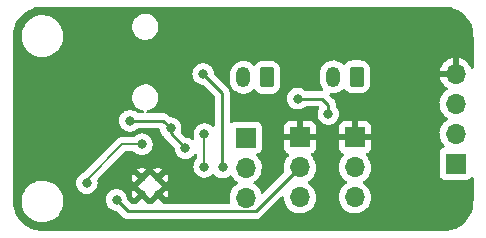
<source format=gbr>
%TF.GenerationSoftware,KiCad,Pcbnew,(6.0.0-0)*%
%TF.CreationDate,2022-08-17T15:33:53+02:00*%
%TF.ProjectId,tpa2012d2_amp_breakout,74706132-3031-4326-9432-5f616d705f62,rev?*%
%TF.SameCoordinates,Original*%
%TF.FileFunction,Copper,L2,Bot*%
%TF.FilePolarity,Positive*%
%FSLAX46Y46*%
G04 Gerber Fmt 4.6, Leading zero omitted, Abs format (unit mm)*
G04 Created by KiCad (PCBNEW (6.0.0-0)) date 2022-08-17 15:33:53*
%MOMM*%
%LPD*%
G01*
G04 APERTURE LIST*
G04 Aperture macros list*
%AMRoundRect*
0 Rectangle with rounded corners*
0 $1 Rounding radius*
0 $2 $3 $4 $5 $6 $7 $8 $9 X,Y pos of 4 corners*
0 Add a 4 corners polygon primitive as box body*
4,1,4,$2,$3,$4,$5,$6,$7,$8,$9,$2,$3,0*
0 Add four circle primitives for the rounded corners*
1,1,$1+$1,$2,$3*
1,1,$1+$1,$4,$5*
1,1,$1+$1,$6,$7*
1,1,$1+$1,$8,$9*
0 Add four rect primitives between the rounded corners*
20,1,$1+$1,$2,$3,$4,$5,0*
20,1,$1+$1,$4,$5,$6,$7,0*
20,1,$1+$1,$6,$7,$8,$9,0*
20,1,$1+$1,$8,$9,$2,$3,0*%
G04 Aperture macros list end*
%TA.AperFunction,ComponentPad*%
%ADD10R,1.700000X1.700000*%
%TD*%
%TA.AperFunction,ComponentPad*%
%ADD11O,1.700000X1.700000*%
%TD*%
%TA.AperFunction,ComponentPad*%
%ADD12C,0.675000*%
%TD*%
%TA.AperFunction,ComponentPad*%
%ADD13RoundRect,0.250000X0.350000X0.625000X-0.350000X0.625000X-0.350000X-0.625000X0.350000X-0.625000X0*%
%TD*%
%TA.AperFunction,ComponentPad*%
%ADD14O,1.200000X1.750000*%
%TD*%
%TA.AperFunction,ViaPad*%
%ADD15C,0.800000*%
%TD*%
%TA.AperFunction,Conductor*%
%ADD16C,0.250000*%
%TD*%
%TA.AperFunction,Conductor*%
%ADD17C,0.200000*%
%TD*%
G04 APERTURE END LIST*
D10*
%TO.P,J105,1,Pin_1*%
%TO.N,GND*%
X169450000Y-91575000D03*
D11*
%TO.P,J105,2,Pin_2*%
%TO.N,SD*%
X169450000Y-94115000D03*
%TO.P,J105,3,Pin_3*%
%TO.N,VDD*%
X169450000Y-96655000D03*
%TD*%
D10*
%TO.P,J107,1,Pin_1*%
%TO.N,unconnected-(J107-Pad1)*%
X160200000Y-91600000D03*
D11*
%TO.P,J107,2,Pin_2*%
%TO.N,G1*%
X160200000Y-94140000D03*
%TO.P,J107,3,Pin_3*%
%TO.N,VDD*%
X160200000Y-96680000D03*
%TD*%
D12*
%TO.P,U301,18,AGND*%
%TO.N,GND*%
X152775000Y-95025000D03*
X152775000Y-96375000D03*
X151425000Y-96375000D03*
X151425000Y-95025000D03*
%TD*%
D13*
%TO.P,J102,1,Pin_1*%
%TO.N,/TPA2012D2/OUTL+*%
X169600000Y-86450000D03*
D14*
%TO.P,J102,2,Pin_2*%
%TO.N,/TPA2012D2/OUTL-*%
X167600000Y-86450000D03*
%TD*%
D13*
%TO.P,J103,1,Pin_1*%
%TO.N,/TPA2012D2/OUTR+*%
X162000000Y-86500000D03*
D14*
%TO.P,J103,2,Pin_2*%
%TO.N,/TPA2012D2/OUTR-*%
X160000000Y-86500000D03*
%TD*%
D10*
%TO.P,J101,1,Pin_1*%
%TO.N,VDD*%
X177975000Y-93800000D03*
D11*
%TO.P,J101,2,Pin_2*%
%TO.N,INL-*%
X177975000Y-91260000D03*
%TO.P,J101,3,Pin_3*%
%TO.N,INR-*%
X177975000Y-88720000D03*
%TO.P,J101,4,Pin_4*%
%TO.N,GND*%
X177975000Y-86180000D03*
%TD*%
D10*
%TO.P,J106,1,Pin_1*%
%TO.N,GND*%
X164800000Y-91575000D03*
D11*
%TO.P,J106,2,Pin_2*%
%TO.N,G0*%
X164800000Y-94115000D03*
%TO.P,J106,3,Pin_3*%
%TO.N,VDD*%
X164800000Y-96655000D03*
%TD*%
D15*
%TO.N,VDD*%
X155100000Y-92500000D03*
X153850000Y-90800000D03*
X150400000Y-90175000D03*
%TO.N,GND*%
X149350000Y-94050000D03*
X147950000Y-83550000D03*
X147480686Y-97172102D03*
X145550000Y-91250000D03*
X157406400Y-95357110D03*
X152100000Y-98925000D03*
X155238138Y-94303547D03*
%TO.N,INL-*%
X156600000Y-86200000D03*
X158249500Y-94124006D03*
%TO.N,G0*%
X149266214Y-96866602D03*
%TO.N,/TPA2012D2/OUTL+*%
X156700000Y-91300000D03*
X156687139Y-94070654D03*
%TO.N,/TPA2012D2/OUTR+*%
X151417094Y-92158306D03*
X146750000Y-95450000D03*
%TO.N,SD*%
X167200000Y-89600000D03*
X164600000Y-88300000D03*
%TD*%
D16*
%TO.N,VDD*%
X155100000Y-92475000D02*
X155100000Y-92500000D01*
X153225000Y-90175000D02*
X150400000Y-90175000D01*
X153850000Y-90800000D02*
X153850000Y-91225000D01*
X153850000Y-90800000D02*
X153225000Y-90175000D01*
X153850000Y-91225000D02*
X155100000Y-92475000D01*
%TO.N,INL-*%
X156600000Y-86200000D02*
X158200000Y-87800000D01*
X158200000Y-87800000D02*
X158200000Y-94074506D01*
X158200000Y-94074506D02*
X158249500Y-94124006D01*
%TO.N,G0*%
X149266214Y-96866602D02*
X150254123Y-97854511D01*
X161060489Y-97854511D02*
X164800000Y-94115000D01*
X150254123Y-97854511D02*
X161060489Y-97854511D01*
D17*
%TO.N,/TPA2012D2/OUTL+*%
X156700000Y-94057793D02*
X156687139Y-94070654D01*
X156700000Y-91300000D02*
X156700000Y-94057793D01*
%TO.N,/TPA2012D2/OUTR+*%
X146750000Y-95150000D02*
X149741694Y-92158306D01*
X146750000Y-95450000D02*
X146750000Y-95150000D01*
X149741694Y-92158306D02*
X151417094Y-92158306D01*
D16*
%TO.N,SD*%
X164600000Y-88300000D02*
X166700000Y-88300000D01*
X167200000Y-89600000D02*
X167200000Y-88800000D01*
X167200000Y-88800000D02*
X166700000Y-88300000D01*
%TD*%
%TA.AperFunction,Conductor*%
%TO.N,GND*%
G36*
X176970057Y-80509500D02*
G01*
X176984858Y-80511805D01*
X176984861Y-80511805D01*
X176993730Y-80513186D01*
X177010899Y-80510941D01*
X177034839Y-80510108D01*
X177292770Y-80525710D01*
X177307874Y-80527544D01*
X177378648Y-80540514D01*
X177588879Y-80579040D01*
X177603641Y-80582678D01*
X177876408Y-80667675D01*
X177890627Y-80673069D01*
X178151140Y-80790316D01*
X178164609Y-80797385D01*
X178409095Y-80945182D01*
X178421617Y-80953825D01*
X178646507Y-81130016D01*
X178657895Y-81140106D01*
X178859894Y-81342105D01*
X178869984Y-81353493D01*
X179046175Y-81578383D01*
X179054818Y-81590905D01*
X179202615Y-81835391D01*
X179209684Y-81848860D01*
X179323230Y-82101149D01*
X179326930Y-82109370D01*
X179332325Y-82123592D01*
X179412124Y-82379674D01*
X179417321Y-82396353D01*
X179420962Y-82411127D01*
X179472456Y-82692126D01*
X179474290Y-82707230D01*
X179489455Y-82957929D01*
X179488198Y-82984639D01*
X179488195Y-82984859D01*
X179486814Y-82993730D01*
X179487978Y-83002632D01*
X179487978Y-83002635D01*
X179490936Y-83025251D01*
X179492000Y-83041589D01*
X179492000Y-85657262D01*
X179471998Y-85725383D01*
X179418342Y-85771876D01*
X179348068Y-85781980D01*
X179283488Y-85752486D01*
X179250450Y-85707504D01*
X179177972Y-85540814D01*
X179173105Y-85531739D01*
X179057426Y-85352926D01*
X179051136Y-85344757D01*
X178907806Y-85187240D01*
X178900273Y-85180215D01*
X178733139Y-85048222D01*
X178724552Y-85042517D01*
X178538117Y-84939599D01*
X178528705Y-84935369D01*
X178327959Y-84864280D01*
X178317988Y-84861646D01*
X178246837Y-84848972D01*
X178233540Y-84850432D01*
X178229000Y-84864989D01*
X178229000Y-86308000D01*
X178208998Y-86376121D01*
X178155342Y-86422614D01*
X178103000Y-86434000D01*
X176658225Y-86434000D01*
X176644694Y-86437973D01*
X176643257Y-86447966D01*
X176673565Y-86582446D01*
X176676645Y-86592275D01*
X176756770Y-86789603D01*
X176761413Y-86798794D01*
X176872694Y-86980388D01*
X176878777Y-86988699D01*
X177018213Y-87149667D01*
X177025580Y-87156883D01*
X177189434Y-87292916D01*
X177197881Y-87298831D01*
X177266969Y-87339203D01*
X177315693Y-87390842D01*
X177328764Y-87460625D01*
X177302033Y-87526396D01*
X177261584Y-87559752D01*
X177248607Y-87566507D01*
X177244474Y-87569610D01*
X177244471Y-87569612D01*
X177083695Y-87690326D01*
X177069965Y-87700635D01*
X177053088Y-87718296D01*
X176922552Y-87854894D01*
X176915629Y-87862138D01*
X176912715Y-87866410D01*
X176912714Y-87866411D01*
X176901057Y-87883500D01*
X176789743Y-88046680D01*
X176770651Y-88087811D01*
X176718575Y-88200000D01*
X176695688Y-88249305D01*
X176635989Y-88464570D01*
X176612251Y-88686695D01*
X176612548Y-88691848D01*
X176612548Y-88691851D01*
X176618209Y-88790029D01*
X176625110Y-88909715D01*
X176626247Y-88914761D01*
X176626248Y-88914767D01*
X176647275Y-89008069D01*
X176674222Y-89127639D01*
X176758266Y-89334616D01*
X176792048Y-89389743D01*
X176854865Y-89492251D01*
X176874987Y-89525088D01*
X177021250Y-89693938D01*
X177193126Y-89836632D01*
X177223866Y-89854595D01*
X177266445Y-89879476D01*
X177315169Y-89931114D01*
X177328240Y-90000897D01*
X177301509Y-90066669D01*
X177261055Y-90100027D01*
X177248607Y-90106507D01*
X177244474Y-90109610D01*
X177244471Y-90109612D01*
X177074100Y-90237530D01*
X177069965Y-90240635D01*
X177066393Y-90244373D01*
X176930345Y-90386739D01*
X176915629Y-90402138D01*
X176912715Y-90406410D01*
X176912714Y-90406411D01*
X176893397Y-90434729D01*
X176789743Y-90586680D01*
X176762906Y-90644495D01*
X176710151Y-90758148D01*
X176695688Y-90789305D01*
X176635989Y-91004570D01*
X176612251Y-91226695D01*
X176612548Y-91231848D01*
X176612548Y-91231851D01*
X176620575Y-91371069D01*
X176625110Y-91449715D01*
X176626247Y-91454761D01*
X176626248Y-91454767D01*
X176646484Y-91544556D01*
X176674222Y-91667639D01*
X176722588Y-91786750D01*
X176741561Y-91833475D01*
X176758266Y-91874616D01*
X176874987Y-92065088D01*
X177021250Y-92233938D01*
X177025230Y-92237242D01*
X177029981Y-92241187D01*
X177069616Y-92300090D01*
X177071113Y-92371071D01*
X177033997Y-92431593D01*
X176993724Y-92456112D01*
X176878295Y-92499385D01*
X176761739Y-92586739D01*
X176674385Y-92703295D01*
X176623255Y-92839684D01*
X176616500Y-92901866D01*
X176616500Y-94698134D01*
X176623255Y-94760316D01*
X176674385Y-94896705D01*
X176761739Y-95013261D01*
X176878295Y-95100615D01*
X177014684Y-95151745D01*
X177076866Y-95158500D01*
X178873134Y-95158500D01*
X178935316Y-95151745D01*
X179071705Y-95100615D01*
X179188261Y-95013261D01*
X179265175Y-94910636D01*
X179322033Y-94868121D01*
X179392852Y-94863095D01*
X179455145Y-94897155D01*
X179489135Y-94959486D01*
X179492000Y-94986201D01*
X179492000Y-96950672D01*
X179490500Y-96970056D01*
X179486814Y-96993730D01*
X179488454Y-97006270D01*
X179489059Y-97010897D01*
X179489892Y-97034839D01*
X179474290Y-97292770D01*
X179472456Y-97307874D01*
X179463439Y-97357077D01*
X179428205Y-97549351D01*
X179420962Y-97588873D01*
X179417322Y-97603641D01*
X179364161Y-97774242D01*
X179332326Y-97876404D01*
X179326931Y-97890627D01*
X179226773Y-98113171D01*
X179209686Y-98151136D01*
X179202615Y-98164609D01*
X179054818Y-98409095D01*
X179046175Y-98421617D01*
X178869984Y-98646507D01*
X178859894Y-98657895D01*
X178657895Y-98859894D01*
X178646507Y-98869984D01*
X178421617Y-99046175D01*
X178409095Y-99054818D01*
X178164609Y-99202615D01*
X178151140Y-99209684D01*
X177890630Y-99326930D01*
X177876408Y-99332325D01*
X177603641Y-99417322D01*
X177588879Y-99420960D01*
X177378648Y-99459486D01*
X177307874Y-99472456D01*
X177292770Y-99474290D01*
X177042071Y-99489455D01*
X177015361Y-99488198D01*
X177015141Y-99488195D01*
X177006270Y-99486814D01*
X176997368Y-99487978D01*
X176997365Y-99487978D01*
X176974749Y-99490936D01*
X176958411Y-99492000D01*
X143049328Y-99492000D01*
X143029943Y-99490500D01*
X143015142Y-99488195D01*
X143015139Y-99488195D01*
X143006270Y-99486814D01*
X142989101Y-99489059D01*
X142965161Y-99489892D01*
X142707230Y-99474290D01*
X142692126Y-99472456D01*
X142621352Y-99459486D01*
X142411121Y-99420960D01*
X142396359Y-99417322D01*
X142123592Y-99332325D01*
X142109370Y-99326930D01*
X141848860Y-99209684D01*
X141835391Y-99202615D01*
X141590905Y-99054818D01*
X141578383Y-99046175D01*
X141353493Y-98869984D01*
X141342105Y-98859894D01*
X141140106Y-98657895D01*
X141130016Y-98646507D01*
X140953825Y-98421617D01*
X140945182Y-98409095D01*
X140797385Y-98164609D01*
X140790314Y-98151136D01*
X140773228Y-98113171D01*
X140673069Y-97890627D01*
X140667674Y-97876404D01*
X140635839Y-97774242D01*
X140582678Y-97603641D01*
X140579038Y-97588873D01*
X140571796Y-97549351D01*
X140536561Y-97357077D01*
X140527544Y-97307874D01*
X140525710Y-97292770D01*
X140514512Y-97107655D01*
X141239858Y-97107655D01*
X141275104Y-97366638D01*
X141276412Y-97371124D01*
X141276412Y-97371126D01*
X141296098Y-97438664D01*
X141348243Y-97617567D01*
X141457668Y-97854928D01*
X141460231Y-97858837D01*
X141598410Y-98069596D01*
X141598414Y-98069601D01*
X141600976Y-98073509D01*
X141775018Y-98268506D01*
X141975970Y-98435637D01*
X141979973Y-98438066D01*
X142195422Y-98568804D01*
X142195426Y-98568806D01*
X142199419Y-98571229D01*
X142440455Y-98672303D01*
X142693783Y-98736641D01*
X142698434Y-98737109D01*
X142698438Y-98737110D01*
X142891308Y-98756531D01*
X142910867Y-98758500D01*
X143066354Y-98758500D01*
X143068679Y-98758327D01*
X143068685Y-98758327D01*
X143256000Y-98744407D01*
X143256004Y-98744406D01*
X143260652Y-98744061D01*
X143265200Y-98743032D01*
X143265206Y-98743031D01*
X143451601Y-98700853D01*
X143515577Y-98686377D01*
X143551769Y-98672303D01*
X143754824Y-98593340D01*
X143754827Y-98593339D01*
X143759177Y-98591647D01*
X143986098Y-98461951D01*
X144191357Y-98300138D01*
X144370443Y-98109763D01*
X144498160Y-97925661D01*
X144516759Y-97898851D01*
X144516761Y-97898848D01*
X144519424Y-97895009D01*
X144521492Y-97890816D01*
X144632960Y-97664781D01*
X144632961Y-97664778D01*
X144635025Y-97660593D01*
X144646409Y-97625031D01*
X144713280Y-97416123D01*
X144714707Y-97411665D01*
X144756721Y-97153693D01*
X144760142Y-96892345D01*
X144756639Y-96866602D01*
X148352710Y-96866602D01*
X148353400Y-96873167D01*
X148367390Y-97006270D01*
X148372672Y-97056530D01*
X148431687Y-97238158D01*
X148434990Y-97243880D01*
X148434991Y-97243881D01*
X148449849Y-97269616D01*
X148527174Y-97403546D01*
X148531592Y-97408453D01*
X148531593Y-97408454D01*
X148581598Y-97463990D01*
X148654961Y-97545468D01*
X148809462Y-97657720D01*
X148815490Y-97660404D01*
X148815492Y-97660405D01*
X148977895Y-97732711D01*
X148983926Y-97735396D01*
X149077327Y-97755249D01*
X149164270Y-97773730D01*
X149164275Y-97773730D01*
X149170727Y-97775102D01*
X149226620Y-97775102D01*
X149294741Y-97795104D01*
X149315715Y-97812007D01*
X149750466Y-98246758D01*
X149758010Y-98255048D01*
X149762123Y-98261529D01*
X149767900Y-98266954D01*
X149811790Y-98308169D01*
X149814632Y-98310924D01*
X149834353Y-98330645D01*
X149837548Y-98333123D01*
X149846570Y-98340829D01*
X149878802Y-98371097D01*
X149885751Y-98374917D01*
X149896555Y-98380857D01*
X149913079Y-98391710D01*
X149929082Y-98404124D01*
X149969666Y-98421687D01*
X149980296Y-98426894D01*
X150019063Y-98448206D01*
X150026740Y-98450177D01*
X150026745Y-98450179D01*
X150038681Y-98453243D01*
X150057389Y-98459648D01*
X150075978Y-98467692D01*
X150083806Y-98468932D01*
X150083813Y-98468934D01*
X150119647Y-98474610D01*
X150131267Y-98477016D01*
X150163082Y-98485184D01*
X150174093Y-98488011D01*
X150194347Y-98488011D01*
X150214057Y-98489562D01*
X150234066Y-98492731D01*
X150241958Y-98491985D01*
X150260703Y-98490213D01*
X150278085Y-98488570D01*
X150289942Y-98488011D01*
X160981722Y-98488011D01*
X160992905Y-98488538D01*
X161000398Y-98490213D01*
X161008324Y-98489964D01*
X161008325Y-98489964D01*
X161068475Y-98488073D01*
X161072434Y-98488011D01*
X161100345Y-98488011D01*
X161104280Y-98487514D01*
X161104345Y-98487506D01*
X161116182Y-98486573D01*
X161148440Y-98485559D01*
X161152459Y-98485433D01*
X161160378Y-98485184D01*
X161179832Y-98479532D01*
X161199189Y-98475524D01*
X161211419Y-98473979D01*
X161211420Y-98473979D01*
X161219286Y-98472985D01*
X161226657Y-98470066D01*
X161226659Y-98470066D01*
X161260401Y-98456707D01*
X161271631Y-98452862D01*
X161306472Y-98442740D01*
X161306473Y-98442740D01*
X161314082Y-98440529D01*
X161320901Y-98436496D01*
X161320906Y-98436494D01*
X161331517Y-98430218D01*
X161349265Y-98421523D01*
X161368106Y-98414063D01*
X161388476Y-98399264D01*
X161403876Y-98388075D01*
X161413796Y-98381559D01*
X161445024Y-98363091D01*
X161445027Y-98363089D01*
X161451851Y-98359053D01*
X161466172Y-98344732D01*
X161481206Y-98331891D01*
X161482921Y-98330645D01*
X161497596Y-98319983D01*
X161525787Y-98285906D01*
X161533777Y-98277127D01*
X163225019Y-96585885D01*
X163287331Y-96551859D01*
X163358146Y-96556924D01*
X163414982Y-96599471D01*
X163439905Y-96667727D01*
X163444038Y-96739408D01*
X163450110Y-96844715D01*
X163451247Y-96849761D01*
X163451248Y-96849767D01*
X163460844Y-96892345D01*
X163499222Y-97062639D01*
X163583266Y-97269616D01*
X163699987Y-97460088D01*
X163846250Y-97628938D01*
X164018126Y-97771632D01*
X164211000Y-97884338D01*
X164215825Y-97886180D01*
X164215826Y-97886181D01*
X164288612Y-97913975D01*
X164419692Y-97964030D01*
X164424760Y-97965061D01*
X164424763Y-97965062D01*
X164532017Y-97986883D01*
X164638597Y-98008567D01*
X164643772Y-98008757D01*
X164643774Y-98008757D01*
X164856673Y-98016564D01*
X164856677Y-98016564D01*
X164861837Y-98016753D01*
X164866957Y-98016097D01*
X164866959Y-98016097D01*
X165078288Y-97989025D01*
X165078289Y-97989025D01*
X165083416Y-97988368D01*
X165088366Y-97986883D01*
X165292429Y-97925661D01*
X165292434Y-97925659D01*
X165297384Y-97924174D01*
X165497994Y-97825896D01*
X165679860Y-97696173D01*
X165690870Y-97685202D01*
X165827196Y-97549351D01*
X165838096Y-97538489D01*
X165897594Y-97455689D01*
X165965435Y-97361277D01*
X165968453Y-97357077D01*
X165992771Y-97307874D01*
X166065136Y-97161453D01*
X166065137Y-97161451D01*
X166067430Y-97156811D01*
X166118883Y-96987461D01*
X166130865Y-96948023D01*
X166130865Y-96948021D01*
X166132370Y-96943069D01*
X166161529Y-96721590D01*
X166162595Y-96677978D01*
X166163074Y-96658365D01*
X166163074Y-96658361D01*
X166163156Y-96655000D01*
X166160418Y-96621695D01*
X168087251Y-96621695D01*
X168087548Y-96626848D01*
X168087548Y-96626851D01*
X168099812Y-96839546D01*
X168100110Y-96844715D01*
X168101247Y-96849761D01*
X168101248Y-96849767D01*
X168110844Y-96892345D01*
X168149222Y-97062639D01*
X168233266Y-97269616D01*
X168349987Y-97460088D01*
X168496250Y-97628938D01*
X168668126Y-97771632D01*
X168861000Y-97884338D01*
X168865825Y-97886180D01*
X168865826Y-97886181D01*
X168938612Y-97913975D01*
X169069692Y-97964030D01*
X169074760Y-97965061D01*
X169074763Y-97965062D01*
X169182017Y-97986883D01*
X169288597Y-98008567D01*
X169293772Y-98008757D01*
X169293774Y-98008757D01*
X169506673Y-98016564D01*
X169506677Y-98016564D01*
X169511837Y-98016753D01*
X169516957Y-98016097D01*
X169516959Y-98016097D01*
X169728288Y-97989025D01*
X169728289Y-97989025D01*
X169733416Y-97988368D01*
X169738366Y-97986883D01*
X169942429Y-97925661D01*
X169942434Y-97925659D01*
X169947384Y-97924174D01*
X170147994Y-97825896D01*
X170329860Y-97696173D01*
X170340870Y-97685202D01*
X170477196Y-97549351D01*
X170488096Y-97538489D01*
X170547594Y-97455689D01*
X170615435Y-97361277D01*
X170618453Y-97357077D01*
X170642771Y-97307874D01*
X170715136Y-97161453D01*
X170715137Y-97161451D01*
X170717430Y-97156811D01*
X170768883Y-96987461D01*
X170780865Y-96948023D01*
X170780865Y-96948021D01*
X170782370Y-96943069D01*
X170811529Y-96721590D01*
X170812595Y-96677978D01*
X170813074Y-96658365D01*
X170813074Y-96658361D01*
X170813156Y-96655000D01*
X170794852Y-96432361D01*
X170740431Y-96215702D01*
X170651354Y-96010840D01*
X170575821Y-95894084D01*
X170532822Y-95827617D01*
X170532820Y-95827614D01*
X170530014Y-95823277D01*
X170379670Y-95658051D01*
X170375619Y-95654852D01*
X170375615Y-95654848D01*
X170208414Y-95522800D01*
X170208410Y-95522798D01*
X170204359Y-95519598D01*
X170163053Y-95496796D01*
X170113084Y-95446364D01*
X170098312Y-95376921D01*
X170123428Y-95310516D01*
X170150780Y-95283909D01*
X170210235Y-95241500D01*
X170329860Y-95156173D01*
X170333956Y-95152092D01*
X170463008Y-95023489D01*
X170488096Y-94998489D01*
X170502976Y-94977782D01*
X170615435Y-94821277D01*
X170618453Y-94817077D01*
X170623555Y-94806755D01*
X170715136Y-94621453D01*
X170715137Y-94621451D01*
X170717430Y-94616811D01*
X170773269Y-94433023D01*
X170780865Y-94408023D01*
X170780865Y-94408021D01*
X170782370Y-94403069D01*
X170811529Y-94181590D01*
X170813156Y-94115000D01*
X170794852Y-93892361D01*
X170740431Y-93675702D01*
X170651354Y-93470840D01*
X170586225Y-93370166D01*
X170532822Y-93287617D01*
X170532820Y-93287614D01*
X170530014Y-93283277D01*
X170526540Y-93279459D01*
X170526533Y-93279450D01*
X170382435Y-93121088D01*
X170351383Y-93057242D01*
X170359779Y-92986744D01*
X170404956Y-92931976D01*
X170431400Y-92918307D01*
X170538052Y-92878325D01*
X170553649Y-92869786D01*
X170655724Y-92793285D01*
X170668285Y-92780724D01*
X170744786Y-92678649D01*
X170753324Y-92663054D01*
X170798478Y-92542606D01*
X170802105Y-92527351D01*
X170807631Y-92476486D01*
X170808000Y-92469672D01*
X170808000Y-91847115D01*
X170803525Y-91831876D01*
X170802135Y-91830671D01*
X170794452Y-91829000D01*
X168110116Y-91829000D01*
X168094877Y-91833475D01*
X168093672Y-91834865D01*
X168092001Y-91842548D01*
X168092001Y-92469669D01*
X168092371Y-92476490D01*
X168097895Y-92527352D01*
X168101521Y-92542604D01*
X168146676Y-92663054D01*
X168155214Y-92678649D01*
X168231715Y-92780724D01*
X168244276Y-92793285D01*
X168346351Y-92869786D01*
X168361946Y-92878324D01*
X168470827Y-92919142D01*
X168527591Y-92961784D01*
X168552291Y-93028345D01*
X168537083Y-93097694D01*
X168517691Y-93124175D01*
X168394200Y-93253401D01*
X168390629Y-93257138D01*
X168264743Y-93441680D01*
X168222024Y-93533710D01*
X168175762Y-93633375D01*
X168170688Y-93644305D01*
X168110989Y-93859570D01*
X168087251Y-94081695D01*
X168087548Y-94086848D01*
X168087548Y-94086851D01*
X168094942Y-94215079D01*
X168100110Y-94304715D01*
X168101247Y-94309761D01*
X168101248Y-94309767D01*
X168121119Y-94397939D01*
X168149222Y-94522639D01*
X168205384Y-94660950D01*
X168220483Y-94698134D01*
X168233266Y-94729616D01*
X168235965Y-94734020D01*
X168335934Y-94897155D01*
X168349987Y-94920088D01*
X168496250Y-95088938D01*
X168668126Y-95231632D01*
X168724392Y-95264511D01*
X168741445Y-95274476D01*
X168790169Y-95326114D01*
X168803240Y-95395897D01*
X168776509Y-95461669D01*
X168736055Y-95495027D01*
X168723607Y-95501507D01*
X168719474Y-95504610D01*
X168719471Y-95504612D01*
X168549100Y-95632530D01*
X168544965Y-95635635D01*
X168390629Y-95797138D01*
X168387715Y-95801410D01*
X168387714Y-95801411D01*
X168376124Y-95818401D01*
X168264743Y-95981680D01*
X168170688Y-96184305D01*
X168110989Y-96399570D01*
X168087251Y-96621695D01*
X166160418Y-96621695D01*
X166144852Y-96432361D01*
X166090431Y-96215702D01*
X166001354Y-96010840D01*
X165925821Y-95894084D01*
X165882822Y-95827617D01*
X165882820Y-95827614D01*
X165880014Y-95823277D01*
X165729670Y-95658051D01*
X165725619Y-95654852D01*
X165725615Y-95654848D01*
X165558414Y-95522800D01*
X165558410Y-95522798D01*
X165554359Y-95519598D01*
X165513053Y-95496796D01*
X165463084Y-95446364D01*
X165448312Y-95376921D01*
X165473428Y-95310516D01*
X165500780Y-95283909D01*
X165560235Y-95241500D01*
X165679860Y-95156173D01*
X165683956Y-95152092D01*
X165813008Y-95023489D01*
X165838096Y-94998489D01*
X165852976Y-94977782D01*
X165965435Y-94821277D01*
X165968453Y-94817077D01*
X165973555Y-94806755D01*
X166065136Y-94621453D01*
X166065137Y-94621451D01*
X166067430Y-94616811D01*
X166123269Y-94433023D01*
X166130865Y-94408023D01*
X166130865Y-94408021D01*
X166132370Y-94403069D01*
X166161529Y-94181590D01*
X166163156Y-94115000D01*
X166144852Y-93892361D01*
X166090431Y-93675702D01*
X166001354Y-93470840D01*
X165936225Y-93370166D01*
X165882822Y-93287617D01*
X165882820Y-93287614D01*
X165880014Y-93283277D01*
X165876540Y-93279459D01*
X165876533Y-93279450D01*
X165732435Y-93121088D01*
X165701383Y-93057242D01*
X165709779Y-92986744D01*
X165754956Y-92931976D01*
X165781400Y-92918307D01*
X165888052Y-92878325D01*
X165903649Y-92869786D01*
X166005724Y-92793285D01*
X166018285Y-92780724D01*
X166094786Y-92678649D01*
X166103324Y-92663054D01*
X166148478Y-92542606D01*
X166152105Y-92527351D01*
X166157631Y-92476486D01*
X166158000Y-92469672D01*
X166158000Y-91847115D01*
X166153525Y-91831876D01*
X166152135Y-91830671D01*
X166144452Y-91829000D01*
X163460116Y-91829000D01*
X163444877Y-91833475D01*
X163443672Y-91834865D01*
X163442001Y-91842548D01*
X163442001Y-92469669D01*
X163442371Y-92476490D01*
X163447895Y-92527352D01*
X163451521Y-92542604D01*
X163496676Y-92663054D01*
X163505214Y-92678649D01*
X163581715Y-92780724D01*
X163594276Y-92793285D01*
X163696351Y-92869786D01*
X163711946Y-92878324D01*
X163820827Y-92919142D01*
X163877591Y-92961784D01*
X163902291Y-93028345D01*
X163887083Y-93097694D01*
X163867691Y-93124175D01*
X163744200Y-93253401D01*
X163740629Y-93257138D01*
X163614743Y-93441680D01*
X163572024Y-93533710D01*
X163525762Y-93633375D01*
X163520688Y-93644305D01*
X163460989Y-93859570D01*
X163437251Y-94081695D01*
X163437548Y-94086848D01*
X163437548Y-94086851D01*
X163444942Y-94215079D01*
X163450110Y-94304715D01*
X163451247Y-94309761D01*
X163451248Y-94309767D01*
X163483453Y-94452668D01*
X163478917Y-94523520D01*
X163449631Y-94569464D01*
X161705397Y-96313698D01*
X161643085Y-96347724D01*
X161572270Y-96342659D01*
X161515434Y-96300112D01*
X161494099Y-96255302D01*
X161491693Y-96245725D01*
X161491692Y-96245722D01*
X161490431Y-96240702D01*
X161401354Y-96035840D01*
X161307159Y-95890237D01*
X161282822Y-95852617D01*
X161282820Y-95852614D01*
X161280014Y-95848277D01*
X161129670Y-95683051D01*
X161125619Y-95679852D01*
X161125615Y-95679848D01*
X160958414Y-95547800D01*
X160958410Y-95547798D01*
X160954359Y-95544598D01*
X160913053Y-95521796D01*
X160863084Y-95471364D01*
X160848312Y-95401921D01*
X160873428Y-95335516D01*
X160900780Y-95308909D01*
X160969247Y-95260072D01*
X161079860Y-95181173D01*
X161102613Y-95158500D01*
X161234435Y-95027137D01*
X161238096Y-95023489D01*
X161318753Y-94911243D01*
X161365435Y-94846277D01*
X161368453Y-94842077D01*
X161383102Y-94812438D01*
X161465136Y-94646453D01*
X161465137Y-94646451D01*
X161467430Y-94641811D01*
X161532370Y-94428069D01*
X161561529Y-94206590D01*
X161562140Y-94181590D01*
X161563074Y-94143365D01*
X161563074Y-94143361D01*
X161563156Y-94140000D01*
X161544852Y-93917361D01*
X161490431Y-93700702D01*
X161401354Y-93495840D01*
X161336167Y-93395076D01*
X161282822Y-93312617D01*
X161282820Y-93312614D01*
X161280014Y-93308277D01*
X161260869Y-93287237D01*
X161132798Y-93146488D01*
X161101746Y-93082642D01*
X161110141Y-93012143D01*
X161155317Y-92957375D01*
X161181761Y-92943706D01*
X161288297Y-92903767D01*
X161296705Y-92900615D01*
X161413261Y-92813261D01*
X161500615Y-92696705D01*
X161551745Y-92560316D01*
X161558500Y-92498134D01*
X161558500Y-91302885D01*
X163442000Y-91302885D01*
X163446475Y-91318124D01*
X163447865Y-91319329D01*
X163455548Y-91321000D01*
X164527885Y-91321000D01*
X164543124Y-91316525D01*
X164544329Y-91315135D01*
X164546000Y-91307452D01*
X164546000Y-91302885D01*
X165054000Y-91302885D01*
X165058475Y-91318124D01*
X165059865Y-91319329D01*
X165067548Y-91321000D01*
X166139884Y-91321000D01*
X166155123Y-91316525D01*
X166156328Y-91315135D01*
X166157999Y-91307452D01*
X166157999Y-91302885D01*
X168092000Y-91302885D01*
X168096475Y-91318124D01*
X168097865Y-91319329D01*
X168105548Y-91321000D01*
X169177885Y-91321000D01*
X169193124Y-91316525D01*
X169194329Y-91315135D01*
X169196000Y-91307452D01*
X169196000Y-91302885D01*
X169704000Y-91302885D01*
X169708475Y-91318124D01*
X169709865Y-91319329D01*
X169717548Y-91321000D01*
X170789884Y-91321000D01*
X170805123Y-91316525D01*
X170806328Y-91315135D01*
X170807999Y-91307452D01*
X170807999Y-90680331D01*
X170807629Y-90673510D01*
X170802105Y-90622648D01*
X170798479Y-90607396D01*
X170753324Y-90486946D01*
X170744786Y-90471351D01*
X170668285Y-90369276D01*
X170655724Y-90356715D01*
X170553649Y-90280214D01*
X170538054Y-90271676D01*
X170417606Y-90226522D01*
X170402351Y-90222895D01*
X170351486Y-90217369D01*
X170344672Y-90217000D01*
X169722115Y-90217000D01*
X169706876Y-90221475D01*
X169705671Y-90222865D01*
X169704000Y-90230548D01*
X169704000Y-91302885D01*
X169196000Y-91302885D01*
X169196000Y-90235116D01*
X169191525Y-90219877D01*
X169190135Y-90218672D01*
X169182452Y-90217001D01*
X168555331Y-90217001D01*
X168548510Y-90217371D01*
X168497648Y-90222895D01*
X168482396Y-90226521D01*
X168361946Y-90271676D01*
X168346351Y-90280214D01*
X168244276Y-90356715D01*
X168231715Y-90369276D01*
X168155214Y-90471351D01*
X168146676Y-90486946D01*
X168101522Y-90607394D01*
X168097895Y-90622649D01*
X168092369Y-90673514D01*
X168092000Y-90680328D01*
X168092000Y-91302885D01*
X166157999Y-91302885D01*
X166157999Y-90680331D01*
X166157629Y-90673510D01*
X166152105Y-90622648D01*
X166148479Y-90607396D01*
X166103324Y-90486946D01*
X166094786Y-90471351D01*
X166018285Y-90369276D01*
X166005724Y-90356715D01*
X165903649Y-90280214D01*
X165888054Y-90271676D01*
X165767606Y-90226522D01*
X165752351Y-90222895D01*
X165701486Y-90217369D01*
X165694672Y-90217000D01*
X165072115Y-90217000D01*
X165056876Y-90221475D01*
X165055671Y-90222865D01*
X165054000Y-90230548D01*
X165054000Y-91302885D01*
X164546000Y-91302885D01*
X164546000Y-90235116D01*
X164541525Y-90219877D01*
X164540135Y-90218672D01*
X164532452Y-90217001D01*
X163905331Y-90217001D01*
X163898510Y-90217371D01*
X163847648Y-90222895D01*
X163832396Y-90226521D01*
X163711946Y-90271676D01*
X163696351Y-90280214D01*
X163594276Y-90356715D01*
X163581715Y-90369276D01*
X163505214Y-90471351D01*
X163496676Y-90486946D01*
X163451522Y-90607394D01*
X163447895Y-90622649D01*
X163442369Y-90673514D01*
X163442000Y-90680328D01*
X163442000Y-91302885D01*
X161558500Y-91302885D01*
X161558500Y-90701866D01*
X161551745Y-90639684D01*
X161500615Y-90503295D01*
X161413261Y-90386739D01*
X161296705Y-90299385D01*
X161160316Y-90248255D01*
X161098134Y-90241500D01*
X159301866Y-90241500D01*
X159239684Y-90248255D01*
X159103295Y-90299385D01*
X159035064Y-90350521D01*
X158968559Y-90375369D01*
X158899177Y-90360316D01*
X158848946Y-90310142D01*
X158833500Y-90249695D01*
X158833500Y-88300000D01*
X163686496Y-88300000D01*
X163687186Y-88306565D01*
X163702687Y-88454045D01*
X163706458Y-88489928D01*
X163765473Y-88671556D01*
X163768776Y-88677278D01*
X163768777Y-88677279D01*
X163777190Y-88691851D01*
X163860960Y-88836944D01*
X163865378Y-88841851D01*
X163865379Y-88841852D01*
X163887940Y-88866908D01*
X163988747Y-88978866D01*
X164143248Y-89091118D01*
X164149276Y-89093802D01*
X164149278Y-89093803D01*
X164236025Y-89132425D01*
X164317712Y-89168794D01*
X164377014Y-89181399D01*
X164498056Y-89207128D01*
X164498061Y-89207128D01*
X164504513Y-89208500D01*
X164695487Y-89208500D01*
X164701939Y-89207128D01*
X164701944Y-89207128D01*
X164822986Y-89181399D01*
X164882288Y-89168794D01*
X164963975Y-89132425D01*
X165050722Y-89093803D01*
X165050724Y-89093802D01*
X165056752Y-89091118D01*
X165211253Y-88978866D01*
X165215668Y-88973963D01*
X165220580Y-88969540D01*
X165221705Y-88970789D01*
X165275014Y-88937949D01*
X165308200Y-88933500D01*
X166317521Y-88933500D01*
X166385642Y-88953502D01*
X166432135Y-89007158D01*
X166442239Y-89077432D01*
X166426640Y-89122500D01*
X166425978Y-89123646D01*
X166369303Y-89221811D01*
X166365473Y-89228444D01*
X166306458Y-89410072D01*
X166305768Y-89416633D01*
X166305768Y-89416635D01*
X166292437Y-89543472D01*
X166286496Y-89600000D01*
X166287186Y-89606565D01*
X166304781Y-89773968D01*
X166306458Y-89789928D01*
X166365473Y-89971556D01*
X166460960Y-90136944D01*
X166465378Y-90141851D01*
X166465379Y-90141852D01*
X166555435Y-90241869D01*
X166588747Y-90278866D01*
X166612651Y-90296233D01*
X166729815Y-90381358D01*
X166743248Y-90391118D01*
X166749276Y-90393802D01*
X166749278Y-90393803D01*
X166839318Y-90433891D01*
X166917712Y-90468794D01*
X167003110Y-90486946D01*
X167098056Y-90507128D01*
X167098061Y-90507128D01*
X167104513Y-90508500D01*
X167295487Y-90508500D01*
X167301939Y-90507128D01*
X167301944Y-90507128D01*
X167396890Y-90486946D01*
X167482288Y-90468794D01*
X167560682Y-90433891D01*
X167650722Y-90393803D01*
X167650724Y-90393802D01*
X167656752Y-90391118D01*
X167670186Y-90381358D01*
X167787349Y-90296233D01*
X167811253Y-90278866D01*
X167844565Y-90241869D01*
X167934621Y-90141852D01*
X167934622Y-90141851D01*
X167939040Y-90136944D01*
X168034527Y-89971556D01*
X168093542Y-89789928D01*
X168095220Y-89773968D01*
X168112814Y-89606565D01*
X168113504Y-89600000D01*
X168107563Y-89543472D01*
X168094232Y-89416635D01*
X168094232Y-89416633D01*
X168093542Y-89410072D01*
X168034527Y-89228444D01*
X168030698Y-89221811D01*
X167974022Y-89123646D01*
X167939040Y-89063056D01*
X167865863Y-88981785D01*
X167835147Y-88917779D01*
X167833500Y-88897476D01*
X167833500Y-88878768D01*
X167834027Y-88867585D01*
X167835702Y-88860092D01*
X167834975Y-88836944D01*
X167833562Y-88792002D01*
X167833500Y-88788044D01*
X167833500Y-88760144D01*
X167832996Y-88756153D01*
X167832063Y-88744311D01*
X167830923Y-88708036D01*
X167830674Y-88700111D01*
X167828462Y-88692497D01*
X167828461Y-88692492D01*
X167825023Y-88680659D01*
X167821012Y-88661295D01*
X167819467Y-88649064D01*
X167818474Y-88641203D01*
X167815557Y-88633836D01*
X167815556Y-88633831D01*
X167802198Y-88600092D01*
X167798354Y-88588865D01*
X167796232Y-88581561D01*
X167786018Y-88546407D01*
X167775707Y-88528972D01*
X167767012Y-88511224D01*
X167759552Y-88492383D01*
X167733564Y-88456613D01*
X167727048Y-88446693D01*
X167708580Y-88415465D01*
X167708578Y-88415462D01*
X167704542Y-88408638D01*
X167690221Y-88394317D01*
X167677380Y-88379283D01*
X167670132Y-88369307D01*
X167665472Y-88362893D01*
X167631407Y-88334712D01*
X167622626Y-88326722D01*
X167331389Y-88035484D01*
X167297364Y-87973172D01*
X167302429Y-87902356D01*
X167344976Y-87845521D01*
X167411496Y-87820710D01*
X167438565Y-87821693D01*
X167539664Y-87836352D01*
X167539667Y-87836352D01*
X167545604Y-87837213D01*
X167756899Y-87827433D01*
X167903916Y-87792002D01*
X167956701Y-87779281D01*
X167956703Y-87779280D01*
X167962534Y-87777875D01*
X167967992Y-87775393D01*
X167967996Y-87775392D01*
X168091727Y-87719134D01*
X168155087Y-87690326D01*
X168327611Y-87567946D01*
X168331753Y-87563619D01*
X168331759Y-87563614D01*
X168418806Y-87472683D01*
X168480361Y-87437306D01*
X168551270Y-87440825D01*
X168609021Y-87482121D01*
X168616965Y-87493504D01*
X168651522Y-87549348D01*
X168776697Y-87674305D01*
X168782927Y-87678145D01*
X168782928Y-87678146D01*
X168920090Y-87762694D01*
X168927262Y-87767115D01*
X168979577Y-87784467D01*
X169088611Y-87820632D01*
X169088613Y-87820632D01*
X169095139Y-87822797D01*
X169101975Y-87823497D01*
X169101978Y-87823498D01*
X169140386Y-87827433D01*
X169199600Y-87833500D01*
X170000400Y-87833500D01*
X170003646Y-87833163D01*
X170003650Y-87833163D01*
X170099308Y-87823238D01*
X170099312Y-87823237D01*
X170106166Y-87822526D01*
X170112702Y-87820345D01*
X170112704Y-87820345D01*
X170251106Y-87774170D01*
X170273946Y-87766550D01*
X170424348Y-87673478D01*
X170549305Y-87548303D01*
X170554681Y-87539581D01*
X170638275Y-87403968D01*
X170638276Y-87403966D01*
X170642115Y-87397738D01*
X170697797Y-87229861D01*
X170699101Y-87217139D01*
X170705274Y-87156883D01*
X170708500Y-87125400D01*
X170708500Y-85914183D01*
X176639389Y-85914183D01*
X176640912Y-85922607D01*
X176653292Y-85926000D01*
X177702885Y-85926000D01*
X177718124Y-85921525D01*
X177719329Y-85920135D01*
X177721000Y-85912452D01*
X177721000Y-84863102D01*
X177717082Y-84849758D01*
X177702806Y-84847771D01*
X177664324Y-84853660D01*
X177654288Y-84856051D01*
X177451868Y-84922212D01*
X177442359Y-84926209D01*
X177253463Y-85024542D01*
X177244738Y-85030036D01*
X177074433Y-85157905D01*
X177066726Y-85164748D01*
X176919590Y-85318717D01*
X176913104Y-85326727D01*
X176793098Y-85502649D01*
X176788000Y-85511623D01*
X176698338Y-85704783D01*
X176694775Y-85714470D01*
X176639389Y-85914183D01*
X170708500Y-85914183D01*
X170708500Y-85774600D01*
X170706206Y-85752486D01*
X170698238Y-85675692D01*
X170698237Y-85675688D01*
X170697526Y-85668834D01*
X170693749Y-85657511D01*
X170643868Y-85508002D01*
X170641550Y-85501054D01*
X170548478Y-85350652D01*
X170423303Y-85225695D01*
X170360918Y-85187240D01*
X170278968Y-85136725D01*
X170278966Y-85136724D01*
X170272738Y-85132885D01*
X170112254Y-85079655D01*
X170111389Y-85079368D01*
X170111387Y-85079368D01*
X170104861Y-85077203D01*
X170098025Y-85076503D01*
X170098022Y-85076502D01*
X170054969Y-85072091D01*
X170000400Y-85066500D01*
X169199600Y-85066500D01*
X169196354Y-85066837D01*
X169196350Y-85066837D01*
X169100692Y-85076762D01*
X169100688Y-85076763D01*
X169093834Y-85077474D01*
X169087298Y-85079655D01*
X169087296Y-85079655D01*
X168976859Y-85116500D01*
X168926054Y-85133450D01*
X168775652Y-85226522D01*
X168650695Y-85351697D01*
X168619875Y-85401697D01*
X168618926Y-85403236D01*
X168566154Y-85450729D01*
X168496082Y-85462153D01*
X168430958Y-85433879D01*
X168412582Y-85414955D01*
X168406396Y-85407080D01*
X168401865Y-85403148D01*
X168401862Y-85403145D01*
X168251167Y-85272379D01*
X168246637Y-85268448D01*
X168241451Y-85265448D01*
X168241447Y-85265445D01*
X168068742Y-85165533D01*
X168063546Y-85162527D01*
X167863729Y-85093139D01*
X167857794Y-85092278D01*
X167857792Y-85092278D01*
X167660336Y-85063648D01*
X167660333Y-85063648D01*
X167654396Y-85062787D01*
X167443101Y-85072567D01*
X167311923Y-85104181D01*
X167243299Y-85120719D01*
X167243297Y-85120720D01*
X167237466Y-85122125D01*
X167232008Y-85124607D01*
X167232004Y-85124608D01*
X167130590Y-85170719D01*
X167044913Y-85209674D01*
X166872389Y-85332054D01*
X166726119Y-85484850D01*
X166611380Y-85662548D01*
X166591331Y-85712296D01*
X166546072Y-85824600D01*
X166532314Y-85858737D01*
X166491772Y-86066337D01*
X166491500Y-86071899D01*
X166491500Y-86777846D01*
X166506548Y-86935566D01*
X166566092Y-87138534D01*
X166568836Y-87143861D01*
X166568836Y-87143862D01*
X166651096Y-87303579D01*
X166662942Y-87326580D01*
X166767785Y-87460051D01*
X166769386Y-87462089D01*
X166795736Y-87528014D01*
X166782261Y-87597721D01*
X166733240Y-87649076D01*
X166682152Y-87665363D01*
X166676026Y-87665942D01*
X166664181Y-87666500D01*
X165308200Y-87666500D01*
X165240079Y-87646498D01*
X165220853Y-87630157D01*
X165220580Y-87630460D01*
X165215668Y-87626037D01*
X165211253Y-87621134D01*
X165174694Y-87594572D01*
X165062094Y-87512763D01*
X165062093Y-87512762D01*
X165056752Y-87508882D01*
X165050724Y-87506198D01*
X165050722Y-87506197D01*
X164888319Y-87433891D01*
X164888318Y-87433891D01*
X164882288Y-87431206D01*
X164776115Y-87408638D01*
X164701944Y-87392872D01*
X164701939Y-87392872D01*
X164695487Y-87391500D01*
X164504513Y-87391500D01*
X164498061Y-87392872D01*
X164498056Y-87392872D01*
X164423885Y-87408638D01*
X164317712Y-87431206D01*
X164311682Y-87433891D01*
X164311681Y-87433891D01*
X164149278Y-87506197D01*
X164149276Y-87506198D01*
X164143248Y-87508882D01*
X164137907Y-87512762D01*
X164137906Y-87512763D01*
X164111262Y-87532121D01*
X163988747Y-87621134D01*
X163984326Y-87626044D01*
X163984325Y-87626045D01*
X163867175Y-87756154D01*
X163860960Y-87763056D01*
X163818306Y-87836935D01*
X163794154Y-87878768D01*
X163765473Y-87928444D01*
X163706458Y-88110072D01*
X163705768Y-88116633D01*
X163705768Y-88116635D01*
X163691275Y-88254528D01*
X163686496Y-88300000D01*
X158833500Y-88300000D01*
X158833500Y-87878768D01*
X158834027Y-87867585D01*
X158835702Y-87860092D01*
X158834690Y-87827875D01*
X158833562Y-87792002D01*
X158833500Y-87788044D01*
X158833500Y-87760144D01*
X158832996Y-87756153D01*
X158832063Y-87744311D01*
X158831530Y-87727332D01*
X158830674Y-87700111D01*
X158828462Y-87692497D01*
X158828461Y-87692492D01*
X158825023Y-87680659D01*
X158821012Y-87661295D01*
X158819467Y-87649064D01*
X158818474Y-87641203D01*
X158815557Y-87633836D01*
X158815556Y-87633831D01*
X158802198Y-87600092D01*
X158798354Y-87588865D01*
X158791858Y-87566507D01*
X158786018Y-87546407D01*
X158775707Y-87528972D01*
X158767012Y-87511224D01*
X158759552Y-87492383D01*
X158737543Y-87462089D01*
X158733564Y-87456613D01*
X158727048Y-87446693D01*
X158708580Y-87415465D01*
X158708578Y-87415462D01*
X158704542Y-87408638D01*
X158690221Y-87394317D01*
X158677380Y-87379283D01*
X158670131Y-87369306D01*
X158665472Y-87362893D01*
X158631395Y-87334702D01*
X158622616Y-87326712D01*
X158123750Y-86827846D01*
X158891500Y-86827846D01*
X158906548Y-86985566D01*
X158966092Y-87188534D01*
X158968836Y-87193861D01*
X158968836Y-87193862D01*
X159059196Y-87369306D01*
X159062942Y-87376580D01*
X159193604Y-87542920D01*
X159198135Y-87546852D01*
X159198138Y-87546855D01*
X159294485Y-87630460D01*
X159353363Y-87681552D01*
X159358549Y-87684552D01*
X159358553Y-87684555D01*
X159513459Y-87774170D01*
X159536454Y-87787473D01*
X159736271Y-87856861D01*
X159742206Y-87857722D01*
X159742208Y-87857722D01*
X159939664Y-87886352D01*
X159939667Y-87886352D01*
X159945604Y-87887213D01*
X160156899Y-87877433D01*
X160289314Y-87845521D01*
X160356701Y-87829281D01*
X160356703Y-87829280D01*
X160362534Y-87827875D01*
X160367992Y-87825393D01*
X160367996Y-87825392D01*
X160496168Y-87767115D01*
X160555087Y-87740326D01*
X160727611Y-87617946D01*
X160731753Y-87613619D01*
X160731759Y-87613614D01*
X160818806Y-87522683D01*
X160880361Y-87487306D01*
X160951270Y-87490825D01*
X161009021Y-87532121D01*
X161016965Y-87543504D01*
X161051522Y-87599348D01*
X161176697Y-87724305D01*
X161182927Y-87728145D01*
X161182928Y-87728146D01*
X161320090Y-87812694D01*
X161327262Y-87817115D01*
X161359703Y-87827875D01*
X161488611Y-87870632D01*
X161488613Y-87870632D01*
X161495139Y-87872797D01*
X161501975Y-87873497D01*
X161501978Y-87873498D01*
X161540386Y-87877433D01*
X161599600Y-87883500D01*
X162400400Y-87883500D01*
X162403646Y-87883163D01*
X162403650Y-87883163D01*
X162499308Y-87873238D01*
X162499312Y-87873237D01*
X162506166Y-87872526D01*
X162512702Y-87870345D01*
X162512704Y-87870345D01*
X162653900Y-87823238D01*
X162673946Y-87816550D01*
X162824348Y-87723478D01*
X162868776Y-87678973D01*
X162944134Y-87603483D01*
X162949305Y-87598303D01*
X162965881Y-87571412D01*
X163038275Y-87453968D01*
X163038276Y-87453966D01*
X163042115Y-87447738D01*
X163091505Y-87298831D01*
X163095632Y-87286389D01*
X163095632Y-87286387D01*
X163097797Y-87279861D01*
X163108500Y-87175400D01*
X163108500Y-85824600D01*
X163103312Y-85774600D01*
X163098238Y-85725692D01*
X163098237Y-85725688D01*
X163097526Y-85718834D01*
X163093749Y-85707511D01*
X163043868Y-85558002D01*
X163041550Y-85551054D01*
X162948478Y-85400652D01*
X162823303Y-85275695D01*
X162811546Y-85268448D01*
X162678968Y-85186725D01*
X162678966Y-85186724D01*
X162672738Y-85182885D01*
X162535321Y-85137306D01*
X162511389Y-85129368D01*
X162511387Y-85129368D01*
X162504861Y-85127203D01*
X162498025Y-85126503D01*
X162498022Y-85126502D01*
X162454969Y-85122091D01*
X162400400Y-85116500D01*
X161599600Y-85116500D01*
X161596354Y-85116837D01*
X161596350Y-85116837D01*
X161500692Y-85126762D01*
X161500688Y-85126763D01*
X161493834Y-85127474D01*
X161487298Y-85129655D01*
X161487296Y-85129655D01*
X161364213Y-85170719D01*
X161326054Y-85183450D01*
X161175652Y-85276522D01*
X161050695Y-85401697D01*
X161046855Y-85407927D01*
X161046854Y-85407928D01*
X161018926Y-85453236D01*
X160966154Y-85500729D01*
X160896082Y-85512153D01*
X160830958Y-85483879D01*
X160812582Y-85464955D01*
X160806396Y-85457080D01*
X160801865Y-85453148D01*
X160801862Y-85453145D01*
X160664433Y-85333891D01*
X160646637Y-85318448D01*
X160641451Y-85315448D01*
X160641447Y-85315445D01*
X160468742Y-85215533D01*
X160463546Y-85212527D01*
X160263729Y-85143139D01*
X160257794Y-85142278D01*
X160257792Y-85142278D01*
X160060336Y-85113648D01*
X160060333Y-85113648D01*
X160054396Y-85112787D01*
X159843101Y-85122567D01*
X159711923Y-85154181D01*
X159643299Y-85170719D01*
X159643297Y-85170720D01*
X159637466Y-85172125D01*
X159632008Y-85174607D01*
X159632004Y-85174608D01*
X159528093Y-85221854D01*
X159444913Y-85259674D01*
X159272389Y-85382054D01*
X159126119Y-85534850D01*
X159011380Y-85712548D01*
X159006083Y-85725692D01*
X158950091Y-85864627D01*
X158932314Y-85908737D01*
X158891772Y-86116337D01*
X158891500Y-86121899D01*
X158891500Y-86827846D01*
X158123750Y-86827846D01*
X157547122Y-86251217D01*
X157513096Y-86188905D01*
X157510907Y-86175292D01*
X157494232Y-86016635D01*
X157494232Y-86016633D01*
X157493542Y-86010072D01*
X157434527Y-85828444D01*
X157339040Y-85663056D01*
X157228137Y-85539885D01*
X157215675Y-85526045D01*
X157215674Y-85526044D01*
X157211253Y-85521134D01*
X157056752Y-85408882D01*
X157050724Y-85406198D01*
X157050722Y-85406197D01*
X156888319Y-85333891D01*
X156888318Y-85333891D01*
X156882288Y-85331206D01*
X156788887Y-85311353D01*
X156701944Y-85292872D01*
X156701939Y-85292872D01*
X156695487Y-85291500D01*
X156504513Y-85291500D01*
X156498061Y-85292872D01*
X156498056Y-85292872D01*
X156411113Y-85311353D01*
X156317712Y-85331206D01*
X156311682Y-85333891D01*
X156311681Y-85333891D01*
X156149278Y-85406197D01*
X156149276Y-85406198D01*
X156143248Y-85408882D01*
X155988747Y-85521134D01*
X155984326Y-85526044D01*
X155984325Y-85526045D01*
X155971864Y-85539885D01*
X155860960Y-85663056D01*
X155765473Y-85828444D01*
X155706458Y-86010072D01*
X155705768Y-86016633D01*
X155705768Y-86016635D01*
X155689093Y-86175292D01*
X155686496Y-86200000D01*
X155706458Y-86389928D01*
X155765473Y-86571556D01*
X155860960Y-86736944D01*
X155865378Y-86741851D01*
X155865379Y-86741852D01*
X155942808Y-86827846D01*
X155988747Y-86878866D01*
X156143248Y-86991118D01*
X156149276Y-86993802D01*
X156149278Y-86993803D01*
X156311681Y-87066109D01*
X156317712Y-87068794D01*
X156411113Y-87088647D01*
X156498056Y-87107128D01*
X156498061Y-87107128D01*
X156504513Y-87108500D01*
X156560406Y-87108500D01*
X156628527Y-87128502D01*
X156649501Y-87145405D01*
X157529595Y-88025499D01*
X157563621Y-88087811D01*
X157566500Y-88114594D01*
X157566500Y-90576374D01*
X157546498Y-90644495D01*
X157492842Y-90690988D01*
X157422568Y-90701092D01*
X157357988Y-90671598D01*
X157346864Y-90660684D01*
X157315675Y-90626045D01*
X157315674Y-90626044D01*
X157311253Y-90621134D01*
X157156752Y-90508882D01*
X157150724Y-90506198D01*
X157150722Y-90506197D01*
X156988319Y-90433891D01*
X156988318Y-90433891D01*
X156982288Y-90431206D01*
X156888887Y-90411353D01*
X156801944Y-90392872D01*
X156801939Y-90392872D01*
X156795487Y-90391500D01*
X156604513Y-90391500D01*
X156598061Y-90392872D01*
X156598056Y-90392872D01*
X156511113Y-90411353D01*
X156417712Y-90431206D01*
X156411682Y-90433891D01*
X156411681Y-90433891D01*
X156249278Y-90506197D01*
X156249276Y-90506198D01*
X156243248Y-90508882D01*
X156088747Y-90621134D01*
X156084326Y-90626044D01*
X156084325Y-90626045D01*
X156016753Y-90701092D01*
X155960960Y-90763056D01*
X155865473Y-90928444D01*
X155806458Y-91110072D01*
X155805768Y-91116633D01*
X155805768Y-91116635D01*
X155791627Y-91251178D01*
X155786496Y-91300000D01*
X155787186Y-91306565D01*
X155805356Y-91479440D01*
X155806458Y-91489928D01*
X155854472Y-91637697D01*
X155856916Y-91645219D01*
X155858944Y-91716187D01*
X155822281Y-91776985D01*
X155758569Y-91808311D01*
X155688035Y-91800218D01*
X155663022Y-91786092D01*
X155562094Y-91712763D01*
X155562093Y-91712762D01*
X155556752Y-91708882D01*
X155550724Y-91706198D01*
X155550722Y-91706197D01*
X155388319Y-91633891D01*
X155388318Y-91633891D01*
X155382288Y-91631206D01*
X155280335Y-91609535D01*
X155201944Y-91592872D01*
X155201939Y-91592872D01*
X155195487Y-91591500D01*
X155164595Y-91591500D01*
X155096474Y-91571498D01*
X155075499Y-91554595D01*
X154741070Y-91220165D01*
X154707045Y-91157853D01*
X154710333Y-91092134D01*
X154713139Y-91083500D01*
X154743542Y-90989928D01*
X154746453Y-90962237D01*
X154762814Y-90806565D01*
X154763504Y-90800000D01*
X154753190Y-90701866D01*
X154744232Y-90616635D01*
X154744232Y-90616633D01*
X154743542Y-90610072D01*
X154684527Y-90428444D01*
X154663990Y-90392872D01*
X154613124Y-90304771D01*
X154589040Y-90263056D01*
X154551601Y-90221475D01*
X154465675Y-90126045D01*
X154465674Y-90126044D01*
X154461253Y-90121134D01*
X154306752Y-90008882D01*
X154300724Y-90006198D01*
X154300722Y-90006197D01*
X154138319Y-89933891D01*
X154138318Y-89933891D01*
X154132288Y-89931206D01*
X154038888Y-89911353D01*
X153951944Y-89892872D01*
X153951939Y-89892872D01*
X153945487Y-89891500D01*
X153889595Y-89891500D01*
X153821474Y-89871498D01*
X153800500Y-89854595D01*
X153728652Y-89782747D01*
X153721112Y-89774461D01*
X153717000Y-89767982D01*
X153667348Y-89721356D01*
X153664507Y-89718602D01*
X153644770Y-89698865D01*
X153641573Y-89696385D01*
X153632551Y-89688680D01*
X153606100Y-89663841D01*
X153600321Y-89658414D01*
X153593375Y-89654595D01*
X153593372Y-89654593D01*
X153582566Y-89648652D01*
X153566047Y-89637801D01*
X153560048Y-89633148D01*
X153550041Y-89625386D01*
X153542772Y-89622241D01*
X153542768Y-89622238D01*
X153509463Y-89607826D01*
X153498813Y-89602609D01*
X153460060Y-89581305D01*
X153440437Y-89576267D01*
X153421734Y-89569863D01*
X153410420Y-89564967D01*
X153410419Y-89564967D01*
X153403145Y-89561819D01*
X153395322Y-89560580D01*
X153395312Y-89560577D01*
X153359476Y-89554901D01*
X153347856Y-89552495D01*
X153312711Y-89543472D01*
X153312710Y-89543472D01*
X153305030Y-89541500D01*
X153284776Y-89541500D01*
X153265065Y-89539949D01*
X153252886Y-89538020D01*
X153245057Y-89536780D01*
X153237165Y-89537526D01*
X153201039Y-89540941D01*
X153189181Y-89541500D01*
X151917139Y-89541500D01*
X151849018Y-89521498D01*
X151802525Y-89467842D01*
X151792421Y-89397568D01*
X151821915Y-89332988D01*
X151881641Y-89294604D01*
X151899059Y-89290804D01*
X151954045Y-89282832D01*
X151954050Y-89282831D01*
X151959766Y-89282002D01*
X151965238Y-89280144D01*
X151965240Y-89280144D01*
X152147131Y-89218400D01*
X152147133Y-89218399D01*
X152152595Y-89216545D01*
X152330267Y-89117044D01*
X152486831Y-88986831D01*
X152617044Y-88830267D01*
X152716545Y-88652595D01*
X152734368Y-88600092D01*
X152780144Y-88465240D01*
X152780144Y-88465238D01*
X152782002Y-88459766D01*
X152782831Y-88454050D01*
X152782832Y-88454045D01*
X152805167Y-88300000D01*
X152811222Y-88258237D01*
X152812747Y-88200000D01*
X152794114Y-87997218D01*
X152787333Y-87973172D01*
X152766477Y-87899223D01*
X152738839Y-87801227D01*
X152648773Y-87618591D01*
X152645057Y-87613614D01*
X152530385Y-87460051D01*
X152526932Y-87455427D01*
X152377397Y-87317198D01*
X152345089Y-87296813D01*
X152210057Y-87211614D01*
X152205177Y-87208535D01*
X152016037Y-87133076D01*
X152010377Y-87131950D01*
X152010373Y-87131949D01*
X151821982Y-87094476D01*
X151821977Y-87094476D01*
X151816314Y-87093349D01*
X151810539Y-87093273D01*
X151810535Y-87093273D01*
X151708527Y-87091938D01*
X151612695Y-87090683D01*
X151606998Y-87091662D01*
X151606997Y-87091662D01*
X151509007Y-87108500D01*
X151412000Y-87125169D01*
X151220950Y-87195651D01*
X151215989Y-87198603D01*
X151215988Y-87198603D01*
X151050912Y-87296813D01*
X151050909Y-87296815D01*
X151045944Y-87299769D01*
X150892842Y-87434036D01*
X150766772Y-87593955D01*
X150764083Y-87599066D01*
X150764081Y-87599069D01*
X150731087Y-87661780D01*
X150671956Y-87774170D01*
X150670242Y-87779691D01*
X150670240Y-87779695D01*
X150622101Y-87934729D01*
X150611569Y-87968647D01*
X150587634Y-88170872D01*
X150589543Y-88200000D01*
X150600953Y-88374072D01*
X150651079Y-88571443D01*
X150736333Y-88756373D01*
X150853861Y-88922671D01*
X150857995Y-88926698D01*
X150992937Y-89058153D01*
X150999726Y-89064767D01*
X151004522Y-89067972D01*
X151004525Y-89067974D01*
X151131079Y-89152534D01*
X151169043Y-89177901D01*
X151174346Y-89180179D01*
X151174349Y-89180181D01*
X151258989Y-89216545D01*
X151356142Y-89258285D01*
X151452745Y-89280144D01*
X151507823Y-89292607D01*
X151569850Y-89327150D01*
X151603354Y-89389743D01*
X151597700Y-89460514D01*
X151554681Y-89516994D01*
X151487956Y-89541249D01*
X151480015Y-89541500D01*
X151108200Y-89541500D01*
X151040079Y-89521498D01*
X151020853Y-89505157D01*
X151020580Y-89505460D01*
X151015668Y-89501037D01*
X151011253Y-89496134D01*
X150972313Y-89467842D01*
X150862094Y-89387763D01*
X150862093Y-89387762D01*
X150856752Y-89383882D01*
X150850724Y-89381198D01*
X150850722Y-89381197D01*
X150688319Y-89308891D01*
X150688318Y-89308891D01*
X150682288Y-89306206D01*
X150559677Y-89280144D01*
X150501944Y-89267872D01*
X150501939Y-89267872D01*
X150495487Y-89266500D01*
X150304513Y-89266500D01*
X150298061Y-89267872D01*
X150298056Y-89267872D01*
X150240323Y-89280144D01*
X150117712Y-89306206D01*
X150111682Y-89308891D01*
X150111681Y-89308891D01*
X149949278Y-89381197D01*
X149949276Y-89381198D01*
X149943248Y-89383882D01*
X149937907Y-89387762D01*
X149937906Y-89387763D01*
X149897062Y-89417438D01*
X149788747Y-89496134D01*
X149784326Y-89501044D01*
X149784325Y-89501045D01*
X149675203Y-89622238D01*
X149660960Y-89638056D01*
X149565473Y-89803444D01*
X149506458Y-89985072D01*
X149505768Y-89991633D01*
X149505768Y-89991635D01*
X149491793Y-90124598D01*
X149486496Y-90175000D01*
X149506458Y-90364928D01*
X149565473Y-90546556D01*
X149660960Y-90711944D01*
X149788747Y-90853866D01*
X149943248Y-90966118D01*
X149949276Y-90968802D01*
X149949278Y-90968803D01*
X150079646Y-91026846D01*
X150117712Y-91043794D01*
X150211112Y-91063647D01*
X150298056Y-91082128D01*
X150298061Y-91082128D01*
X150304513Y-91083500D01*
X150495487Y-91083500D01*
X150501939Y-91082128D01*
X150501944Y-91082128D01*
X150588888Y-91063647D01*
X150682288Y-91043794D01*
X150720354Y-91026846D01*
X150850722Y-90968803D01*
X150850724Y-90968802D01*
X150856752Y-90966118D01*
X151011253Y-90853866D01*
X151015668Y-90848963D01*
X151020580Y-90844540D01*
X151021705Y-90845789D01*
X151075014Y-90812949D01*
X151108200Y-90808500D01*
X152823938Y-90808500D01*
X152892059Y-90828502D01*
X152938552Y-90882158D01*
X152949248Y-90921328D01*
X152956458Y-90989928D01*
X152958498Y-90996205D01*
X152958498Y-90996207D01*
X152968453Y-91026846D01*
X153015473Y-91171556D01*
X153110960Y-91336944D01*
X153238747Y-91478866D01*
X153254733Y-91490480D01*
X153289280Y-91529667D01*
X153290448Y-91532617D01*
X153295108Y-91539031D01*
X153316436Y-91568387D01*
X153322952Y-91578307D01*
X153336601Y-91601385D01*
X153345458Y-91616362D01*
X153359779Y-91630683D01*
X153372619Y-91645716D01*
X153384528Y-91662107D01*
X153390632Y-91667157D01*
X153390637Y-91667162D01*
X153418598Y-91690293D01*
X153427379Y-91698283D01*
X154150282Y-92421187D01*
X154184307Y-92483499D01*
X154186085Y-92500043D01*
X154186496Y-92500000D01*
X154205273Y-92678649D01*
X154206458Y-92689928D01*
X154265473Y-92871556D01*
X154268776Y-92877278D01*
X154268777Y-92877279D01*
X154284070Y-92903767D01*
X154360960Y-93036944D01*
X154365378Y-93041851D01*
X154365379Y-93041852D01*
X154438523Y-93123087D01*
X154488747Y-93178866D01*
X154587843Y-93250864D01*
X154625745Y-93278401D01*
X154643248Y-93291118D01*
X154649276Y-93293802D01*
X154649278Y-93293803D01*
X154800907Y-93361312D01*
X154817712Y-93368794D01*
X154911113Y-93388647D01*
X154998056Y-93407128D01*
X154998061Y-93407128D01*
X155004513Y-93408500D01*
X155195487Y-93408500D01*
X155201939Y-93407128D01*
X155201944Y-93407128D01*
X155288888Y-93388647D01*
X155382288Y-93368794D01*
X155399093Y-93361312D01*
X155550722Y-93293803D01*
X155550724Y-93293802D01*
X155556752Y-93291118D01*
X155574256Y-93278401D01*
X155612157Y-93250864D01*
X155711253Y-93178866D01*
X155761477Y-93123087D01*
X155834621Y-93041852D01*
X155834622Y-93041851D01*
X155839040Y-93036944D01*
X155856382Y-93006907D01*
X155907764Y-92957915D01*
X155977478Y-92944480D01*
X156043389Y-92970867D01*
X156084570Y-93028699D01*
X156091500Y-93069909D01*
X156091500Y-93326081D01*
X156071498Y-93394202D01*
X156059137Y-93410390D01*
X155948099Y-93533710D01*
X155944798Y-93539428D01*
X155863223Y-93680720D01*
X155852612Y-93699098D01*
X155793597Y-93880726D01*
X155792907Y-93887287D01*
X155792907Y-93887289D01*
X155789204Y-93922522D01*
X155773635Y-94070654D01*
X155774325Y-94077219D01*
X155788815Y-94215080D01*
X155793597Y-94260582D01*
X155852612Y-94442210D01*
X155948099Y-94607598D01*
X155952517Y-94612505D01*
X155952518Y-94612506D01*
X156051127Y-94722022D01*
X156075886Y-94749520D01*
X156230387Y-94861772D01*
X156236415Y-94864456D01*
X156236417Y-94864457D01*
X156398820Y-94936763D01*
X156404851Y-94939448D01*
X156498252Y-94959301D01*
X156585195Y-94977782D01*
X156585200Y-94977782D01*
X156591652Y-94979154D01*
X156782626Y-94979154D01*
X156789078Y-94977782D01*
X156789083Y-94977782D01*
X156876026Y-94959301D01*
X156969427Y-94939448D01*
X156975458Y-94936763D01*
X157137861Y-94864457D01*
X157137863Y-94864456D01*
X157143891Y-94861772D01*
X157298392Y-94749520D01*
X157350664Y-94691466D01*
X157411110Y-94654226D01*
X157482094Y-94655578D01*
X157537936Y-94691465D01*
X157638247Y-94802872D01*
X157685823Y-94837438D01*
X157767397Y-94896705D01*
X157792748Y-94915124D01*
X157798776Y-94917808D01*
X157798778Y-94917809D01*
X157936562Y-94979154D01*
X157967212Y-94992800D01*
X158058425Y-95012188D01*
X158147556Y-95031134D01*
X158147561Y-95031134D01*
X158154013Y-95032506D01*
X158344987Y-95032506D01*
X158351439Y-95031134D01*
X158351444Y-95031134D01*
X158440575Y-95012188D01*
X158531788Y-94992800D01*
X158562438Y-94979154D01*
X158700222Y-94917809D01*
X158700224Y-94917808D01*
X158706252Y-94915124D01*
X158731604Y-94896705D01*
X158835421Y-94821277D01*
X158855712Y-94806535D01*
X158922578Y-94782677D01*
X158991730Y-94798757D01*
X159037205Y-94842637D01*
X159097287Y-94940684D01*
X159097295Y-94940694D01*
X159099987Y-94945088D01*
X159246250Y-95113938D01*
X159418126Y-95256632D01*
X159464805Y-95283909D01*
X159491445Y-95299476D01*
X159540169Y-95351114D01*
X159553240Y-95420897D01*
X159526509Y-95486669D01*
X159486055Y-95520027D01*
X159473607Y-95526507D01*
X159469474Y-95529610D01*
X159469471Y-95529612D01*
X159299100Y-95657530D01*
X159294965Y-95660635D01*
X159254228Y-95703264D01*
X159164520Y-95797138D01*
X159140629Y-95822138D01*
X159014743Y-96006680D01*
X158999003Y-96040590D01*
X158932293Y-96184305D01*
X158920688Y-96209305D01*
X158860989Y-96424570D01*
X158837251Y-96646695D01*
X158837548Y-96651848D01*
X158837548Y-96651851D01*
X158848760Y-96846307D01*
X158850110Y-96869715D01*
X158851247Y-96874762D01*
X158851248Y-96874766D01*
X158855210Y-96892345D01*
X158892452Y-97057596D01*
X158894641Y-97067310D01*
X158890105Y-97138161D01*
X158847984Y-97195313D01*
X158781650Y-97220619D01*
X158771724Y-97221011D01*
X153283704Y-97221011D01*
X153215583Y-97201009D01*
X153169090Y-97147353D01*
X153162475Y-97129355D01*
X153159443Y-97118653D01*
X152787812Y-96747022D01*
X152773868Y-96739408D01*
X152772035Y-96739539D01*
X152765420Y-96743790D01*
X152395966Y-97113244D01*
X152372948Y-97155397D01*
X152322745Y-97205599D01*
X152262361Y-97221011D01*
X151933704Y-97221011D01*
X151865583Y-97201009D01*
X151819090Y-97147353D01*
X151812475Y-97129355D01*
X151809443Y-97118653D01*
X151437812Y-96747022D01*
X151423868Y-96739408D01*
X151422035Y-96739539D01*
X151415420Y-96743790D01*
X151045966Y-97113244D01*
X151022948Y-97155397D01*
X150972745Y-97205599D01*
X150912361Y-97221011D01*
X150568718Y-97221011D01*
X150500597Y-97201009D01*
X150479623Y-97184106D01*
X150213336Y-96917819D01*
X150179310Y-96855507D01*
X150177121Y-96841894D01*
X150160446Y-96683237D01*
X150160446Y-96683235D01*
X150159756Y-96676674D01*
X150100741Y-96495046D01*
X150035223Y-96381565D01*
X150575533Y-96381565D01*
X150592731Y-96545194D01*
X150595461Y-96558037D01*
X150646301Y-96714505D01*
X150651646Y-96726511D01*
X150665514Y-96750531D01*
X150675719Y-96760262D01*
X150683739Y-96757051D01*
X151052978Y-96387812D01*
X151060592Y-96373868D01*
X151060461Y-96372035D01*
X151056210Y-96365420D01*
X150687383Y-95996593D01*
X150675003Y-95989833D01*
X150668089Y-95995009D01*
X150651646Y-96023489D01*
X150646301Y-96035495D01*
X150595461Y-96191963D01*
X150592731Y-96204806D01*
X150575533Y-96368435D01*
X150575533Y-96381565D01*
X150035223Y-96381565D01*
X150005254Y-96329658D01*
X149996708Y-96320166D01*
X149881889Y-96192647D01*
X149881888Y-96192646D01*
X149877467Y-96187736D01*
X149722966Y-96075484D01*
X149716938Y-96072800D01*
X149716936Y-96072799D01*
X149554533Y-96000493D01*
X149554532Y-96000493D01*
X149548502Y-95997808D01*
X149452495Y-95977401D01*
X149368158Y-95959474D01*
X149368153Y-95959474D01*
X149361701Y-95958102D01*
X149170727Y-95958102D01*
X149164275Y-95959474D01*
X149164270Y-95959474D01*
X149079933Y-95977401D01*
X148983926Y-95997808D01*
X148977896Y-96000493D01*
X148977895Y-96000493D01*
X148815492Y-96072799D01*
X148815490Y-96072800D01*
X148809462Y-96075484D01*
X148654961Y-96187736D01*
X148650540Y-96192646D01*
X148650539Y-96192647D01*
X148535721Y-96320166D01*
X148527174Y-96329658D01*
X148431687Y-96495046D01*
X148372672Y-96676674D01*
X148371982Y-96683235D01*
X148371982Y-96683237D01*
X148368696Y-96714505D01*
X148352710Y-96866602D01*
X144756639Y-96866602D01*
X144724896Y-96633362D01*
X144721496Y-96621695D01*
X144699197Y-96545194D01*
X144651757Y-96382433D01*
X144647809Y-96373868D01*
X144588734Y-96245725D01*
X144542332Y-96145072D01*
X144473831Y-96040590D01*
X144401590Y-95930404D01*
X144401586Y-95930399D01*
X144399024Y-95926491D01*
X144224982Y-95731494D01*
X144024030Y-95564363D01*
X143953883Y-95521797D01*
X143835566Y-95450000D01*
X145836496Y-95450000D01*
X145837186Y-95456565D01*
X145848261Y-95561934D01*
X145856458Y-95639928D01*
X145915473Y-95821556D01*
X146010960Y-95986944D01*
X146015378Y-95991851D01*
X146015379Y-95991852D01*
X146117250Y-96104991D01*
X146138747Y-96128866D01*
X146293248Y-96241118D01*
X146299276Y-96243802D01*
X146299278Y-96243803D01*
X146425751Y-96300112D01*
X146467712Y-96318794D01*
X146545724Y-96335376D01*
X146648056Y-96357128D01*
X146648061Y-96357128D01*
X146654513Y-96358500D01*
X146845487Y-96358500D01*
X146851939Y-96357128D01*
X146851944Y-96357128D01*
X146954276Y-96335376D01*
X147032288Y-96318794D01*
X147074249Y-96300112D01*
X147200722Y-96243803D01*
X147200724Y-96243802D01*
X147206752Y-96241118D01*
X147361253Y-96128866D01*
X147382750Y-96104991D01*
X147484621Y-95991852D01*
X147484622Y-95991851D01*
X147489040Y-95986944D01*
X147584527Y-95821556D01*
X147623655Y-95701132D01*
X151114408Y-95701132D01*
X151114539Y-95702965D01*
X151118790Y-95709580D01*
X152087188Y-96677978D01*
X152101132Y-96685592D01*
X152102965Y-96685461D01*
X152109580Y-96681210D01*
X152414658Y-96376132D01*
X153139408Y-96376132D01*
X153139539Y-96377965D01*
X153143790Y-96384580D01*
X153512617Y-96753407D01*
X153524997Y-96760167D01*
X153531911Y-96754991D01*
X153548354Y-96726511D01*
X153553699Y-96714505D01*
X153604539Y-96558037D01*
X153607269Y-96545194D01*
X153624467Y-96381565D01*
X153624467Y-96368435D01*
X153607269Y-96204806D01*
X153604539Y-96191963D01*
X153553699Y-96035495D01*
X153548354Y-96023489D01*
X153534486Y-95999469D01*
X153524281Y-95989738D01*
X153516261Y-95992949D01*
X153147022Y-96362188D01*
X153139408Y-96376132D01*
X152414658Y-96376132D01*
X153077978Y-95712812D01*
X153085592Y-95698868D01*
X153085461Y-95697035D01*
X153081210Y-95690420D01*
X152416922Y-95026132D01*
X153139408Y-95026132D01*
X153139539Y-95027965D01*
X153143790Y-95034580D01*
X153512617Y-95403407D01*
X153524997Y-95410167D01*
X153531911Y-95404991D01*
X153548354Y-95376511D01*
X153553699Y-95364505D01*
X153604539Y-95208037D01*
X153607269Y-95195194D01*
X153624467Y-95031565D01*
X153624467Y-95018435D01*
X153607269Y-94854806D01*
X153604539Y-94841963D01*
X153553699Y-94685495D01*
X153548354Y-94673489D01*
X153534486Y-94649469D01*
X153524281Y-94639738D01*
X153516261Y-94642949D01*
X153147022Y-95012188D01*
X153139408Y-95026132D01*
X152416922Y-95026132D01*
X152112812Y-94722022D01*
X152098868Y-94714408D01*
X152097035Y-94714539D01*
X152090420Y-94718790D01*
X151122022Y-95687188D01*
X151114408Y-95701132D01*
X147623655Y-95701132D01*
X147643542Y-95639928D01*
X147651740Y-95561934D01*
X147662814Y-95456565D01*
X147663504Y-95450000D01*
X147656861Y-95386797D01*
X147644232Y-95266635D01*
X147644232Y-95266633D01*
X147643542Y-95260072D01*
X147632317Y-95225525D01*
X147630289Y-95154557D01*
X147663055Y-95097494D01*
X147728984Y-95031565D01*
X150575533Y-95031565D01*
X150592731Y-95195194D01*
X150595461Y-95208037D01*
X150646301Y-95364505D01*
X150651646Y-95376511D01*
X150665514Y-95400531D01*
X150675719Y-95410262D01*
X150683739Y-95407051D01*
X151052978Y-95037812D01*
X151060592Y-95023868D01*
X151060461Y-95022035D01*
X151056210Y-95015420D01*
X150687383Y-94646593D01*
X150675003Y-94639833D01*
X150668089Y-94645009D01*
X150651646Y-94673489D01*
X150646301Y-94685495D01*
X150595461Y-94841963D01*
X150592731Y-94854806D01*
X150575533Y-95018435D01*
X150575533Y-95031565D01*
X147728984Y-95031565D01*
X148484839Y-94275710D01*
X151038961Y-94275710D01*
X151040558Y-94281348D01*
X151412188Y-94652978D01*
X151426132Y-94660592D01*
X151427965Y-94660461D01*
X151434580Y-94656210D01*
X151804033Y-94286757D01*
X151810065Y-94275710D01*
X152388961Y-94275710D01*
X152390558Y-94281348D01*
X152762188Y-94652978D01*
X152776132Y-94660592D01*
X152777965Y-94660461D01*
X152784580Y-94656210D01*
X153154033Y-94286757D01*
X153160793Y-94274377D01*
X153157282Y-94269688D01*
X153043749Y-94219140D01*
X153031248Y-94215079D01*
X152870324Y-94180873D01*
X152857266Y-94179500D01*
X152692734Y-94179500D01*
X152679676Y-94180873D01*
X152518745Y-94215080D01*
X152506259Y-94219137D01*
X152399705Y-94266578D01*
X152388961Y-94275710D01*
X151810065Y-94275710D01*
X151810793Y-94274377D01*
X151807282Y-94269688D01*
X151693749Y-94219140D01*
X151681248Y-94215079D01*
X151520324Y-94180873D01*
X151507266Y-94179500D01*
X151342734Y-94179500D01*
X151329676Y-94180873D01*
X151168745Y-94215080D01*
X151156259Y-94219137D01*
X151049705Y-94266578D01*
X151038961Y-94275710D01*
X148484839Y-94275710D01*
X149956838Y-92803711D01*
X150019150Y-92769685D01*
X150045933Y-92766806D01*
X150686384Y-92766806D01*
X150754505Y-92786808D01*
X150780020Y-92808495D01*
X150805841Y-92837172D01*
X150820111Y-92847540D01*
X150918663Y-92919142D01*
X150960342Y-92949424D01*
X150966370Y-92952108D01*
X150966372Y-92952109D01*
X151128775Y-93024415D01*
X151134806Y-93027100D01*
X151228206Y-93046953D01*
X151315150Y-93065434D01*
X151315155Y-93065434D01*
X151321607Y-93066806D01*
X151512581Y-93066806D01*
X151519033Y-93065434D01*
X151519038Y-93065434D01*
X151605982Y-93046953D01*
X151699382Y-93027100D01*
X151705413Y-93024415D01*
X151867816Y-92952109D01*
X151867818Y-92952108D01*
X151873846Y-92949424D01*
X151915526Y-92919142D01*
X151939304Y-92901866D01*
X152028347Y-92837172D01*
X152038778Y-92825587D01*
X152151715Y-92700158D01*
X152151716Y-92700157D01*
X152156134Y-92695250D01*
X152244263Y-92542606D01*
X152248317Y-92535585D01*
X152248318Y-92535584D01*
X152251621Y-92529862D01*
X152310636Y-92348234D01*
X152323060Y-92230031D01*
X152329908Y-92164871D01*
X152330598Y-92158306D01*
X152311949Y-91980866D01*
X152311326Y-91974941D01*
X152311326Y-91974939D01*
X152310636Y-91968378D01*
X152251621Y-91786750D01*
X152239903Y-91766453D01*
X152195931Y-91690293D01*
X152156134Y-91621362D01*
X152112728Y-91573154D01*
X152032769Y-91484351D01*
X152032768Y-91484350D01*
X152028347Y-91479440D01*
X151873846Y-91367188D01*
X151867818Y-91364504D01*
X151867816Y-91364503D01*
X151705413Y-91292197D01*
X151705412Y-91292197D01*
X151699382Y-91289512D01*
X151605982Y-91269659D01*
X151519038Y-91251178D01*
X151519033Y-91251178D01*
X151512581Y-91249806D01*
X151321607Y-91249806D01*
X151315155Y-91251178D01*
X151315150Y-91251178D01*
X151228206Y-91269659D01*
X151134806Y-91289512D01*
X151128776Y-91292197D01*
X151128775Y-91292197D01*
X150966372Y-91364503D01*
X150966370Y-91364504D01*
X150960342Y-91367188D01*
X150805841Y-91479440D01*
X150801428Y-91484342D01*
X150801426Y-91484343D01*
X150780020Y-91508117D01*
X150719574Y-91545356D01*
X150686384Y-91549806D01*
X149789830Y-91549806D01*
X149773384Y-91548728D01*
X149749882Y-91545634D01*
X149741694Y-91544556D01*
X149733506Y-91545634D01*
X149701823Y-91549805D01*
X149701814Y-91549806D01*
X149701809Y-91549806D01*
X149582844Y-91565468D01*
X149575217Y-91568627D01*
X149575214Y-91568628D01*
X149516684Y-91592872D01*
X149496132Y-91601385D01*
X149434818Y-91626782D01*
X149428267Y-91631809D01*
X149428265Y-91631810D01*
X149376468Y-91671556D01*
X149339622Y-91699829D01*
X149339619Y-91699832D01*
X149307707Y-91724319D01*
X149302677Y-91730874D01*
X149288242Y-91749685D01*
X149277375Y-91762076D01*
X146467161Y-94572290D01*
X146429314Y-94598302D01*
X146299280Y-94656196D01*
X146299277Y-94656198D01*
X146293248Y-94658882D01*
X146287907Y-94662762D01*
X146287906Y-94662763D01*
X146248400Y-94691466D01*
X146138747Y-94771134D01*
X146134326Y-94776044D01*
X146134325Y-94776045D01*
X146051420Y-94868121D01*
X146010960Y-94913056D01*
X145915473Y-95078444D01*
X145856458Y-95260072D01*
X145855768Y-95266633D01*
X145855768Y-95266635D01*
X145843139Y-95386797D01*
X145836496Y-95450000D01*
X143835566Y-95450000D01*
X143804578Y-95431196D01*
X143804574Y-95431194D01*
X143800581Y-95428771D01*
X143559545Y-95327697D01*
X143306217Y-95263359D01*
X143301566Y-95262891D01*
X143301562Y-95262890D01*
X143092271Y-95241816D01*
X143089133Y-95241500D01*
X142933646Y-95241500D01*
X142931321Y-95241673D01*
X142931315Y-95241673D01*
X142744000Y-95255593D01*
X142743996Y-95255594D01*
X142739348Y-95255939D01*
X142734800Y-95256968D01*
X142734794Y-95256969D01*
X142548399Y-95299147D01*
X142484423Y-95313623D01*
X142480071Y-95315315D01*
X142480069Y-95315316D01*
X142245176Y-95406660D01*
X142245173Y-95406661D01*
X142240823Y-95408353D01*
X142236769Y-95410670D01*
X142236767Y-95410671D01*
X142167956Y-95450000D01*
X142013902Y-95538049D01*
X141808643Y-95699862D01*
X141629557Y-95890237D01*
X141559064Y-95991852D01*
X141502909Y-96072799D01*
X141480576Y-96104991D01*
X141478510Y-96109181D01*
X141478508Y-96109184D01*
X141369783Y-96329658D01*
X141364975Y-96339407D01*
X141363553Y-96343850D01*
X141363552Y-96343852D01*
X141345717Y-96399570D01*
X141285293Y-96588335D01*
X141243279Y-96846307D01*
X141242805Y-96882527D01*
X141240385Y-97067425D01*
X141239858Y-97107655D01*
X140514512Y-97107655D01*
X140510545Y-97042071D01*
X140511802Y-97015361D01*
X140511805Y-97015141D01*
X140513186Y-97006270D01*
X140511547Y-96993730D01*
X140509064Y-96974749D01*
X140508000Y-96958411D01*
X140508000Y-83107655D01*
X141239858Y-83107655D01*
X141275104Y-83366638D01*
X141276412Y-83371124D01*
X141276412Y-83371126D01*
X141296098Y-83438664D01*
X141348243Y-83617567D01*
X141457668Y-83854928D01*
X141460231Y-83858837D01*
X141598410Y-84069596D01*
X141598414Y-84069601D01*
X141600976Y-84073509D01*
X141775018Y-84268506D01*
X141975970Y-84435637D01*
X141979973Y-84438066D01*
X142195422Y-84568804D01*
X142195426Y-84568806D01*
X142199419Y-84571229D01*
X142440455Y-84672303D01*
X142693783Y-84736641D01*
X142698434Y-84737109D01*
X142698438Y-84737110D01*
X142891308Y-84756531D01*
X142910867Y-84758500D01*
X143066354Y-84758500D01*
X143068679Y-84758327D01*
X143068685Y-84758327D01*
X143256000Y-84744407D01*
X143256004Y-84744406D01*
X143260652Y-84744061D01*
X143265200Y-84743032D01*
X143265206Y-84743031D01*
X143451601Y-84700853D01*
X143515577Y-84686377D01*
X143551769Y-84672303D01*
X143754824Y-84593340D01*
X143754827Y-84593339D01*
X143759177Y-84591647D01*
X143986098Y-84461951D01*
X144191357Y-84300138D01*
X144370443Y-84109763D01*
X144519424Y-83895009D01*
X144635025Y-83660593D01*
X144714707Y-83411665D01*
X144756721Y-83153693D01*
X144758871Y-82989446D01*
X144760081Y-82897022D01*
X144760081Y-82897019D01*
X144760142Y-82892345D01*
X144724896Y-82633362D01*
X144710473Y-82583877D01*
X144672630Y-82454045D01*
X144651757Y-82382433D01*
X144645244Y-82368304D01*
X144607991Y-82287497D01*
X144554226Y-82170872D01*
X150587634Y-82170872D01*
X150589543Y-82200000D01*
X150600953Y-82374072D01*
X150651079Y-82571443D01*
X150736333Y-82756373D01*
X150853861Y-82922671D01*
X150999726Y-83064767D01*
X151004522Y-83067972D01*
X151004525Y-83067974D01*
X151132813Y-83153693D01*
X151169043Y-83177901D01*
X151174346Y-83180179D01*
X151174349Y-83180181D01*
X151258989Y-83216545D01*
X151356142Y-83258285D01*
X151429609Y-83274909D01*
X151549120Y-83301952D01*
X151549126Y-83301953D01*
X151554757Y-83303227D01*
X151560528Y-83303454D01*
X151560530Y-83303454D01*
X151621504Y-83305850D01*
X151758237Y-83311222D01*
X151860388Y-83296411D01*
X151954045Y-83282832D01*
X151954050Y-83282831D01*
X151959766Y-83282002D01*
X151965238Y-83280144D01*
X151965240Y-83280144D01*
X152147131Y-83218400D01*
X152147133Y-83218399D01*
X152152595Y-83216545D01*
X152330267Y-83117044D01*
X152486831Y-82986831D01*
X152617044Y-82830267D01*
X152716545Y-82652595D01*
X152738359Y-82588335D01*
X152780144Y-82465240D01*
X152780144Y-82465238D01*
X152782002Y-82459766D01*
X152782831Y-82454050D01*
X152782832Y-82454045D01*
X152803021Y-82314798D01*
X152811222Y-82258237D01*
X152812747Y-82200000D01*
X152794114Y-81997218D01*
X152738839Y-81801227D01*
X152648773Y-81618591D01*
X152626989Y-81589418D01*
X152530385Y-81460051D01*
X152526932Y-81455427D01*
X152377397Y-81317198D01*
X152257924Y-81241816D01*
X152210057Y-81211614D01*
X152205177Y-81208535D01*
X152016037Y-81133076D01*
X152010377Y-81131950D01*
X152010373Y-81131949D01*
X151821982Y-81094476D01*
X151821977Y-81094476D01*
X151816314Y-81093349D01*
X151810539Y-81093273D01*
X151810535Y-81093273D01*
X151708527Y-81091938D01*
X151612695Y-81090683D01*
X151606998Y-81091662D01*
X151606997Y-81091662D01*
X151590621Y-81094476D01*
X151412000Y-81125169D01*
X151220950Y-81195651D01*
X151215989Y-81198603D01*
X151215988Y-81198603D01*
X151050912Y-81296813D01*
X151050909Y-81296815D01*
X151045944Y-81299769D01*
X150892842Y-81434036D01*
X150766772Y-81593955D01*
X150764083Y-81599066D01*
X150764081Y-81599069D01*
X150753810Y-81618591D01*
X150671956Y-81774170D01*
X150670242Y-81779691D01*
X150670240Y-81779695D01*
X150623444Y-81930404D01*
X150611569Y-81968647D01*
X150587634Y-82170872D01*
X144554226Y-82170872D01*
X144542332Y-82145072D01*
X144423047Y-81963132D01*
X144401590Y-81930404D01*
X144401586Y-81930399D01*
X144399024Y-81926491D01*
X144224982Y-81731494D01*
X144024030Y-81564363D01*
X143844509Y-81455427D01*
X143804578Y-81431196D01*
X143804574Y-81431194D01*
X143800581Y-81428771D01*
X143559545Y-81327697D01*
X143306217Y-81263359D01*
X143301566Y-81262891D01*
X143301562Y-81262890D01*
X143092271Y-81241816D01*
X143089133Y-81241500D01*
X142933646Y-81241500D01*
X142931321Y-81241673D01*
X142931315Y-81241673D01*
X142744000Y-81255593D01*
X142743996Y-81255594D01*
X142739348Y-81255939D01*
X142734800Y-81256968D01*
X142734794Y-81256969D01*
X142558712Y-81296813D01*
X142484423Y-81313623D01*
X142480071Y-81315315D01*
X142480069Y-81315316D01*
X142245176Y-81406660D01*
X142245173Y-81406661D01*
X142240823Y-81408353D01*
X142013902Y-81538049D01*
X141808643Y-81699862D01*
X141629557Y-81890237D01*
X141480576Y-82104991D01*
X141478510Y-82109181D01*
X141478508Y-82109184D01*
X141403192Y-82261911D01*
X141364975Y-82339407D01*
X141363553Y-82343850D01*
X141363552Y-82343852D01*
X141344418Y-82403626D01*
X141285293Y-82588335D01*
X141243279Y-82846307D01*
X141239858Y-83107655D01*
X140508000Y-83107655D01*
X140508000Y-83049328D01*
X140509500Y-83029943D01*
X140511805Y-83015142D01*
X140511805Y-83015139D01*
X140513186Y-83006270D01*
X140510941Y-82989101D01*
X140510108Y-82965161D01*
X140525710Y-82707230D01*
X140527544Y-82692126D01*
X140579038Y-82411127D01*
X140582679Y-82396353D01*
X140587877Y-82379674D01*
X140667675Y-82123592D01*
X140673070Y-82109370D01*
X140676770Y-82101149D01*
X140790316Y-81848860D01*
X140797385Y-81835391D01*
X140945182Y-81590905D01*
X140953825Y-81578383D01*
X141130016Y-81353493D01*
X141140106Y-81342105D01*
X141342105Y-81140106D01*
X141353493Y-81130016D01*
X141578383Y-80953825D01*
X141590905Y-80945182D01*
X141835391Y-80797385D01*
X141848860Y-80790316D01*
X142109373Y-80673069D01*
X142123592Y-80667675D01*
X142396359Y-80582678D01*
X142411121Y-80579040D01*
X142621352Y-80540514D01*
X142692126Y-80527544D01*
X142707230Y-80525710D01*
X142957929Y-80510545D01*
X142984639Y-80511802D01*
X142984859Y-80511805D01*
X142993730Y-80513186D01*
X143002632Y-80512022D01*
X143002635Y-80512022D01*
X143025251Y-80509064D01*
X143041589Y-80508000D01*
X176950672Y-80508000D01*
X176970057Y-80509500D01*
G37*
%TD.AperFunction*%
%TD*%
M02*

</source>
